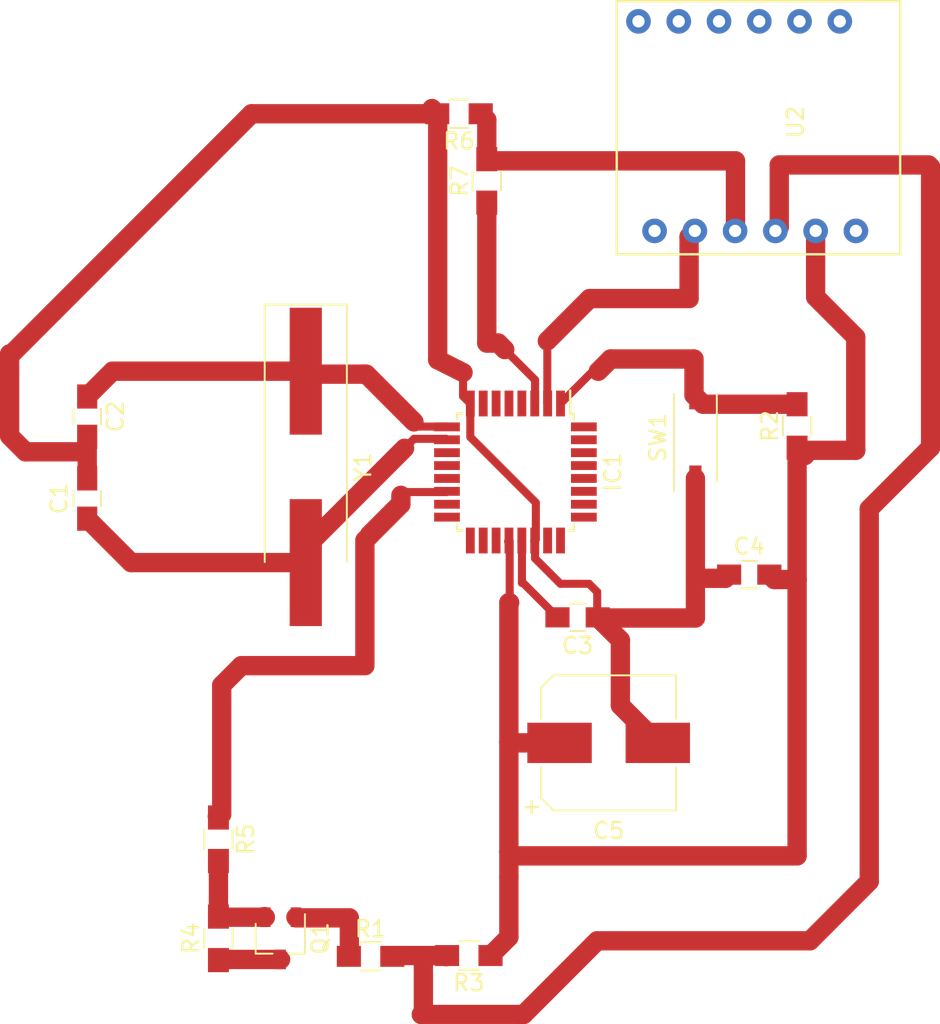
<source format=kicad_pcb>
(kicad_pcb (version 4) (host pcbnew 4.0.4-stable)

  (general
    (links 33)
    (no_connects 2)
    (area 105.86 85.59 177.835001 131.62)
    (thickness 1.6)
    (drawings 0)
    (tracks 166)
    (zones 0)
    (modules 17)
    (nets 15)
  )

  (page A4)
  (layers
    (0 F.Cu signal)
    (31 B.Cu signal)
    (32 B.Adhes user)
    (33 F.Adhes user)
    (34 B.Paste user)
    (35 F.Paste user)
    (36 B.SilkS user)
    (37 F.SilkS user)
    (38 B.Mask user)
    (39 F.Mask user)
    (40 Dwgs.User user)
    (41 Cmts.User user)
    (42 Eco1.User user)
    (43 Eco2.User user)
    (44 Edge.Cuts user)
    (45 Margin user)
    (46 B.CrtYd user)
    (47 F.CrtYd user)
    (48 B.Fab user hide)
    (49 F.Fab user)
  )

  (setup
    (last_trace_width 1.2)
    (user_trace_width 1.2)
    (trace_clearance 0.2)
    (zone_clearance 0.508)
    (zone_45_only no)
    (trace_min 0.2)
    (segment_width 0.2)
    (edge_width 0.15)
    (via_size 0.6)
    (via_drill 0.4)
    (via_min_size 0.4)
    (via_min_drill 0.3)
    (uvia_size 0.3)
    (uvia_drill 0.1)
    (uvias_allowed no)
    (uvia_min_size 0.2)
    (uvia_min_drill 0.1)
    (pcb_text_width 0.3)
    (pcb_text_size 1.5 1.5)
    (mod_edge_width 0.15)
    (mod_text_size 1 1)
    (mod_text_width 0.15)
    (pad_size 1.524 1.524)
    (pad_drill 0.762)
    (pad_to_mask_clearance 0.2)
    (aux_axis_origin 0 0)
    (visible_elements FFFFFFDF)
    (pcbplotparams
      (layerselection 0x00030_80000001)
      (usegerberextensions false)
      (excludeedgelayer true)
      (linewidth 0.100000)
      (plotframeref false)
      (viasonmask false)
      (mode 1)
      (useauxorigin false)
      (hpglpennumber 1)
      (hpglpenspeed 20)
      (hpglpendiameter 15)
      (hpglpenoverlay 2)
      (psnegative false)
      (psa4output false)
      (plotreference true)
      (plotvalue true)
      (plotinvisibletext false)
      (padsonsilk false)
      (subtractmaskfromsilk false)
      (outputformat 1)
      (mirror false)
      (drillshape 1)
      (scaleselection 1)
      (outputdirectory ../))
  )

  (net 0 "")
  (net 1 GND)
  (net 2 +5V)
  (net 3 "Net-(C1-Pad1)")
  (net 4 "Net-(C2-Pad1)")
  (net 5 "Net-(C3-Pad2)")
  (net 6 RST)
  (net 7 "Net-(IC1-Pad2)")
  (net 8 "Net-(IC1-Pad3)")
  (net 9 "Net-(IC1-Pad14)")
  (net 10 "Net-(Q1-Pad1)")
  (net 11 "Net-(Q1-Pad2)")
  (net 12 "Net-(Q1-Pad3)")
  (net 13 "Net-(R1-Pad2)")
  (net 14 "Net-(R6-Pad1)")

  (net_class Default "This is the default net class."
    (clearance 0.2)
    (trace_width 0.5)
    (via_dia 0.6)
    (via_drill 0.4)
    (uvia_dia 0.3)
    (uvia_drill 0.1)
    (add_net +5V)
    (add_net GND)
    (add_net "Net-(C1-Pad1)")
    (add_net "Net-(C2-Pad1)")
    (add_net "Net-(C3-Pad2)")
    (add_net "Net-(IC1-Pad14)")
    (add_net "Net-(IC1-Pad2)")
    (add_net "Net-(IC1-Pad3)")
    (add_net "Net-(Q1-Pad1)")
    (add_net "Net-(Q1-Pad2)")
    (add_net "Net-(Q1-Pad3)")
    (add_net "Net-(R1-Pad2)")
    (add_net "Net-(R6-Pad1)")
    (add_net RST)
  )

  (net_class "bold track" ""
    (clearance 0.2)
    (trace_width 1)
    (via_dia 0.6)
    (via_drill 0.4)
    (uvia_dia 0.3)
    (uvia_drill 0.1)
  )

  (module Capacitors_SMD:C_0805_HandSoldering (layer F.Cu) (tedit 58AA84A8) (tstamp 5A399836)
    (at 99.14128 117.85092 90)
    (descr "Capacitor SMD 0805, hand soldering")
    (tags "capacitor 0805")
    (path /5A38CCFE)
    (attr smd)
    (fp_text reference C1 (at 0 -1.75 90) (layer F.SilkS)
      (effects (font (size 1 1) (thickness 0.15)))
    )
    (fp_text value 22pF (at 0 1.75 90) (layer F.Fab)
      (effects (font (size 1 1) (thickness 0.15)))
    )
    (fp_text user %R (at 0 -1.75 90) (layer F.Fab)
      (effects (font (size 1 1) (thickness 0.15)))
    )
    (fp_line (start -1 0.62) (end -1 -0.62) (layer F.Fab) (width 0.1))
    (fp_line (start 1 0.62) (end -1 0.62) (layer F.Fab) (width 0.1))
    (fp_line (start 1 -0.62) (end 1 0.62) (layer F.Fab) (width 0.1))
    (fp_line (start -1 -0.62) (end 1 -0.62) (layer F.Fab) (width 0.1))
    (fp_line (start 0.5 -0.85) (end -0.5 -0.85) (layer F.SilkS) (width 0.12))
    (fp_line (start -0.5 0.85) (end 0.5 0.85) (layer F.SilkS) (width 0.12))
    (fp_line (start -2.25 -0.88) (end 2.25 -0.88) (layer F.CrtYd) (width 0.05))
    (fp_line (start -2.25 -0.88) (end -2.25 0.87) (layer F.CrtYd) (width 0.05))
    (fp_line (start 2.25 0.87) (end 2.25 -0.88) (layer F.CrtYd) (width 0.05))
    (fp_line (start 2.25 0.87) (end -2.25 0.87) (layer F.CrtYd) (width 0.05))
    (pad 1 smd rect (at -1.25 0 90) (size 1.5 1.25) (layers F.Cu F.Paste F.Mask)
      (net 3 "Net-(C1-Pad1)"))
    (pad 2 smd rect (at 1.25 0 90) (size 1.5 1.25) (layers F.Cu F.Paste F.Mask)
      (net 1 GND))
    (model Capacitors_SMD.3dshapes/C_0805.wrl
      (at (xyz 0 0 0))
      (scale (xyz 1 1 1))
      (rotate (xyz 0 0 0))
    )
  )

  (module Capacitors_SMD:C_0805_HandSoldering (layer F.Cu) (tedit 58AA84A8) (tstamp 5A39983C)
    (at 99.14128 112.77092 270)
    (descr "Capacitor SMD 0805, hand soldering")
    (tags "capacitor 0805")
    (path /5A38CD59)
    (attr smd)
    (fp_text reference C2 (at 0 -1.75 270) (layer F.SilkS)
      (effects (font (size 1 1) (thickness 0.15)))
    )
    (fp_text value 22pF (at 0 1.75 270) (layer F.Fab)
      (effects (font (size 1 1) (thickness 0.15)))
    )
    (fp_text user %R (at 0 -1.75 270) (layer F.Fab)
      (effects (font (size 1 1) (thickness 0.15)))
    )
    (fp_line (start -1 0.62) (end -1 -0.62) (layer F.Fab) (width 0.1))
    (fp_line (start 1 0.62) (end -1 0.62) (layer F.Fab) (width 0.1))
    (fp_line (start 1 -0.62) (end 1 0.62) (layer F.Fab) (width 0.1))
    (fp_line (start -1 -0.62) (end 1 -0.62) (layer F.Fab) (width 0.1))
    (fp_line (start 0.5 -0.85) (end -0.5 -0.85) (layer F.SilkS) (width 0.12))
    (fp_line (start -0.5 0.85) (end 0.5 0.85) (layer F.SilkS) (width 0.12))
    (fp_line (start -2.25 -0.88) (end 2.25 -0.88) (layer F.CrtYd) (width 0.05))
    (fp_line (start -2.25 -0.88) (end -2.25 0.87) (layer F.CrtYd) (width 0.05))
    (fp_line (start 2.25 0.87) (end 2.25 -0.88) (layer F.CrtYd) (width 0.05))
    (fp_line (start 2.25 0.87) (end -2.25 0.87) (layer F.CrtYd) (width 0.05))
    (pad 1 smd rect (at -1.25 0 270) (size 1.5 1.25) (layers F.Cu F.Paste F.Mask)
      (net 4 "Net-(C2-Pad1)"))
    (pad 2 smd rect (at 1.25 0 270) (size 1.5 1.25) (layers F.Cu F.Paste F.Mask)
      (net 1 GND))
    (model Capacitors_SMD.3dshapes/C_0805.wrl
      (at (xyz 0 0 0))
      (scale (xyz 1 1 1))
      (rotate (xyz 0 0 0))
    )
  )

  (module Capacitors_SMD:C_0805_HandSoldering (layer F.Cu) (tedit 58AA84A8) (tstamp 5A399842)
    (at 129.5908 125.222 180)
    (descr "Capacitor SMD 0805, hand soldering")
    (tags "capacitor 0805")
    (path /5A3991EB)
    (attr smd)
    (fp_text reference C3 (at 0 -1.75 180) (layer F.SilkS)
      (effects (font (size 1 1) (thickness 0.15)))
    )
    (fp_text value 0,1mF (at 0 1.75 180) (layer F.Fab)
      (effects (font (size 1 1) (thickness 0.15)))
    )
    (fp_text user %R (at 0 -1.75 180) (layer F.Fab)
      (effects (font (size 1 1) (thickness 0.15)))
    )
    (fp_line (start -1 0.62) (end -1 -0.62) (layer F.Fab) (width 0.1))
    (fp_line (start 1 0.62) (end -1 0.62) (layer F.Fab) (width 0.1))
    (fp_line (start 1 -0.62) (end 1 0.62) (layer F.Fab) (width 0.1))
    (fp_line (start -1 -0.62) (end 1 -0.62) (layer F.Fab) (width 0.1))
    (fp_line (start 0.5 -0.85) (end -0.5 -0.85) (layer F.SilkS) (width 0.12))
    (fp_line (start -0.5 0.85) (end 0.5 0.85) (layer F.SilkS) (width 0.12))
    (fp_line (start -2.25 -0.88) (end 2.25 -0.88) (layer F.CrtYd) (width 0.05))
    (fp_line (start -2.25 -0.88) (end -2.25 0.87) (layer F.CrtYd) (width 0.05))
    (fp_line (start 2.25 0.87) (end 2.25 -0.88) (layer F.CrtYd) (width 0.05))
    (fp_line (start 2.25 0.87) (end -2.25 0.87) (layer F.CrtYd) (width 0.05))
    (pad 1 smd rect (at -1.25 0 180) (size 1.5 1.25) (layers F.Cu F.Paste F.Mask)
      (net 1 GND))
    (pad 2 smd rect (at 1.25 0 180) (size 1.5 1.25) (layers F.Cu F.Paste F.Mask)
      (net 5 "Net-(C3-Pad2)"))
    (model Capacitors_SMD.3dshapes/C_0805.wrl
      (at (xyz 0 0 0))
      (scale (xyz 1 1 1))
      (rotate (xyz 0 0 0))
    )
  )

  (module Capacitors_SMD:C_0805_HandSoldering (layer F.Cu) (tedit 58AA84A8) (tstamp 5A399848)
    (at 140.24864 122.57024)
    (descr "Capacitor SMD 0805, hand soldering")
    (tags "capacitor 0805")
    (path /5A399067)
    (attr smd)
    (fp_text reference C4 (at 0 -1.75) (layer F.SilkS)
      (effects (font (size 1 1) (thickness 0.15)))
    )
    (fp_text value 0,1mF (at 0 1.75) (layer F.Fab)
      (effects (font (size 1 1) (thickness 0.15)))
    )
    (fp_text user %R (at 0 -1.75) (layer F.Fab)
      (effects (font (size 1 1) (thickness 0.15)))
    )
    (fp_line (start -1 0.62) (end -1 -0.62) (layer F.Fab) (width 0.1))
    (fp_line (start 1 0.62) (end -1 0.62) (layer F.Fab) (width 0.1))
    (fp_line (start 1 -0.62) (end 1 0.62) (layer F.Fab) (width 0.1))
    (fp_line (start -1 -0.62) (end 1 -0.62) (layer F.Fab) (width 0.1))
    (fp_line (start 0.5 -0.85) (end -0.5 -0.85) (layer F.SilkS) (width 0.12))
    (fp_line (start -0.5 0.85) (end 0.5 0.85) (layer F.SilkS) (width 0.12))
    (fp_line (start -2.25 -0.88) (end 2.25 -0.88) (layer F.CrtYd) (width 0.05))
    (fp_line (start -2.25 -0.88) (end -2.25 0.87) (layer F.CrtYd) (width 0.05))
    (fp_line (start 2.25 0.87) (end 2.25 -0.88) (layer F.CrtYd) (width 0.05))
    (fp_line (start 2.25 0.87) (end -2.25 0.87) (layer F.CrtYd) (width 0.05))
    (pad 1 smd rect (at -1.25 0) (size 1.5 1.25) (layers F.Cu F.Paste F.Mask)
      (net 1 GND))
    (pad 2 smd rect (at 1.25 0) (size 1.5 1.25) (layers F.Cu F.Paste F.Mask)
      (net 2 +5V))
    (model Capacitors_SMD.3dshapes/C_0805.wrl
      (at (xyz 0 0 0))
      (scale (xyz 1 1 1))
      (rotate (xyz 0 0 0))
    )
  )

  (module Capacitors_SMD:CP_Elec_8x10.5 (layer F.Cu) (tedit 58AA8BC3) (tstamp 5A39984E)
    (at 131.5212 133.00964)
    (descr "SMT capacitor, aluminium electrolytic, 8x10.5")
    (path /5A398F8F)
    (attr smd)
    (fp_text reference C5 (at 0 5.45) (layer F.SilkS)
      (effects (font (size 1 1) (thickness 0.15)))
    )
    (fp_text value 47mF (at 0 -5.45) (layer F.Fab)
      (effects (font (size 1 1) (thickness 0.15)))
    )
    (fp_circle (center 0 0) (end 1.3 3.7) (layer F.Fab) (width 0.1))
    (fp_text user + (at -2.27 -0.08) (layer F.Fab)
      (effects (font (size 1 1) (thickness 0.15)))
    )
    (fp_text user + (at -4.78 3.91) (layer F.SilkS)
      (effects (font (size 1 1) (thickness 0.15)))
    )
    (fp_text user %R (at 0 5.45) (layer F.Fab)
      (effects (font (size 1 1) (thickness 0.15)))
    )
    (fp_line (start 4.04 4.04) (end 4.04 -4.04) (layer F.Fab) (width 0.1))
    (fp_line (start -3.37 4.04) (end 4.04 4.04) (layer F.Fab) (width 0.1))
    (fp_line (start -4.04 3.37) (end -3.37 4.04) (layer F.Fab) (width 0.1))
    (fp_line (start -4.04 -3.37) (end -4.04 3.37) (layer F.Fab) (width 0.1))
    (fp_line (start -3.37 -4.04) (end -4.04 -3.37) (layer F.Fab) (width 0.1))
    (fp_line (start 4.04 -4.04) (end -3.37 -4.04) (layer F.Fab) (width 0.1))
    (fp_line (start -4.19 3.43) (end -4.19 1.51) (layer F.SilkS) (width 0.12))
    (fp_line (start -4.19 -3.43) (end -4.19 -1.51) (layer F.SilkS) (width 0.12))
    (fp_line (start 4.19 4.19) (end 4.19 1.51) (layer F.SilkS) (width 0.12))
    (fp_line (start 4.19 -4.19) (end 4.19 -1.51) (layer F.SilkS) (width 0.12))
    (fp_line (start 4.19 4.19) (end -3.43 4.19) (layer F.SilkS) (width 0.12))
    (fp_line (start -3.43 4.19) (end -4.19 3.43) (layer F.SilkS) (width 0.12))
    (fp_line (start -4.19 -3.43) (end -3.43 -4.19) (layer F.SilkS) (width 0.12))
    (fp_line (start -3.43 -4.19) (end 4.19 -4.19) (layer F.SilkS) (width 0.12))
    (fp_line (start -5.3 -4.29) (end 5.3 -4.29) (layer F.CrtYd) (width 0.05))
    (fp_line (start -5.3 -4.29) (end -5.3 4.29) (layer F.CrtYd) (width 0.05))
    (fp_line (start 5.3 4.29) (end 5.3 -4.29) (layer F.CrtYd) (width 0.05))
    (fp_line (start 5.3 4.29) (end -5.3 4.29) (layer F.CrtYd) (width 0.05))
    (pad 1 smd rect (at -3.05 0 180) (size 4 2.5) (layers F.Cu F.Paste F.Mask)
      (net 2 +5V))
    (pad 2 smd rect (at 3.05 0 180) (size 4 2.5) (layers F.Cu F.Paste F.Mask)
      (net 1 GND))
    (model Capacitors_SMD.3dshapes/CP_Elec_8x10.5.wrl
      (at (xyz 0 0 0))
      (scale (xyz 1 1 1))
      (rotate (xyz 0 0 180))
    )
  )

  (module Housings_QFP:TQFP-32_7x7mm_Pitch0.8mm (layer F.Cu) (tedit 58CC9A48) (tstamp 5A399872)
    (at 125.73 116.205 270)
    (descr "32-Lead Plastic Thin Quad Flatpack (PT) - 7x7x1.0 mm Body, 2.00 mm [TQFP] (see Microchip Packaging Specification 00000049BS.pdf)")
    (tags "QFP 0.8")
    (path /5A38C228)
    (attr smd)
    (fp_text reference IC1 (at 0 -6.05 270) (layer F.SilkS)
      (effects (font (size 1 1) (thickness 0.15)))
    )
    (fp_text value ATMEGA328-P (at 0 6.05 270) (layer F.Fab)
      (effects (font (size 1 1) (thickness 0.15)))
    )
    (fp_text user %R (at 0 0 270) (layer F.Fab)
      (effects (font (size 1 1) (thickness 0.15)))
    )
    (fp_line (start -2.5 -3.5) (end 3.5 -3.5) (layer F.Fab) (width 0.15))
    (fp_line (start 3.5 -3.5) (end 3.5 3.5) (layer F.Fab) (width 0.15))
    (fp_line (start 3.5 3.5) (end -3.5 3.5) (layer F.Fab) (width 0.15))
    (fp_line (start -3.5 3.5) (end -3.5 -2.5) (layer F.Fab) (width 0.15))
    (fp_line (start -3.5 -2.5) (end -2.5 -3.5) (layer F.Fab) (width 0.15))
    (fp_line (start -5.3 -5.3) (end -5.3 5.3) (layer F.CrtYd) (width 0.05))
    (fp_line (start 5.3 -5.3) (end 5.3 5.3) (layer F.CrtYd) (width 0.05))
    (fp_line (start -5.3 -5.3) (end 5.3 -5.3) (layer F.CrtYd) (width 0.05))
    (fp_line (start -5.3 5.3) (end 5.3 5.3) (layer F.CrtYd) (width 0.05))
    (fp_line (start -3.625 -3.625) (end -3.625 -3.4) (layer F.SilkS) (width 0.15))
    (fp_line (start 3.625 -3.625) (end 3.625 -3.3) (layer F.SilkS) (width 0.15))
    (fp_line (start 3.625 3.625) (end 3.625 3.3) (layer F.SilkS) (width 0.15))
    (fp_line (start -3.625 3.625) (end -3.625 3.3) (layer F.SilkS) (width 0.15))
    (fp_line (start -3.625 -3.625) (end -3.3 -3.625) (layer F.SilkS) (width 0.15))
    (fp_line (start -3.625 3.625) (end -3.3 3.625) (layer F.SilkS) (width 0.15))
    (fp_line (start 3.625 3.625) (end 3.3 3.625) (layer F.SilkS) (width 0.15))
    (fp_line (start 3.625 -3.625) (end 3.3 -3.625) (layer F.SilkS) (width 0.15))
    (fp_line (start -3.625 -3.4) (end -5.05 -3.4) (layer F.SilkS) (width 0.15))
    (pad 1 smd rect (at -4.25 -2.8 270) (size 1.6 0.55) (layers F.Cu F.Paste F.Mask)
      (net 6 RST))
    (pad 2 smd rect (at -4.25 -2 270) (size 1.6 0.55) (layers F.Cu F.Paste F.Mask)
      (net 7 "Net-(IC1-Pad2)"))
    (pad 3 smd rect (at -4.25 -1.2 270) (size 1.6 0.55) (layers F.Cu F.Paste F.Mask)
      (net 8 "Net-(IC1-Pad3)"))
    (pad 4 smd rect (at -4.25 -0.4 270) (size 1.6 0.55) (layers F.Cu F.Paste F.Mask))
    (pad 5 smd rect (at -4.25 0.4 270) (size 1.6 0.55) (layers F.Cu F.Paste F.Mask))
    (pad 6 smd rect (at -4.25 1.2 270) (size 1.6 0.55) (layers F.Cu F.Paste F.Mask))
    (pad 7 smd rect (at -4.25 2 270) (size 1.6 0.55) (layers F.Cu F.Paste F.Mask)
      (net 2 +5V))
    (pad 8 smd rect (at -4.25 2.8 270) (size 1.6 0.55) (layers F.Cu F.Paste F.Mask)
      (net 1 GND))
    (pad 9 smd rect (at -2.8 4.25) (size 1.6 0.55) (layers F.Cu F.Paste F.Mask)
      (net 4 "Net-(C2-Pad1)"))
    (pad 10 smd rect (at -2 4.25) (size 1.6 0.55) (layers F.Cu F.Paste F.Mask)
      (net 3 "Net-(C1-Pad1)"))
    (pad 11 smd rect (at -1.2 4.25) (size 1.6 0.55) (layers F.Cu F.Paste F.Mask))
    (pad 12 smd rect (at -0.4 4.25) (size 1.6 0.55) (layers F.Cu F.Paste F.Mask))
    (pad 13 smd rect (at 0.4 4.25) (size 1.6 0.55) (layers F.Cu F.Paste F.Mask))
    (pad 14 smd rect (at 1.2 4.25) (size 1.6 0.55) (layers F.Cu F.Paste F.Mask)
      (net 9 "Net-(IC1-Pad14)"))
    (pad 15 smd rect (at 2 4.25) (size 1.6 0.55) (layers F.Cu F.Paste F.Mask))
    (pad 16 smd rect (at 2.8 4.25) (size 1.6 0.55) (layers F.Cu F.Paste F.Mask))
    (pad 17 smd rect (at 4.25 2.8 270) (size 1.6 0.55) (layers F.Cu F.Paste F.Mask))
    (pad 18 smd rect (at 4.25 2 270) (size 1.6 0.55) (layers F.Cu F.Paste F.Mask))
    (pad 19 smd rect (at 4.25 1.2 270) (size 1.6 0.55) (layers F.Cu F.Paste F.Mask))
    (pad 20 smd rect (at 4.25 0.4 270) (size 1.6 0.55) (layers F.Cu F.Paste F.Mask)
      (net 2 +5V))
    (pad 21 smd rect (at 4.25 -0.4 270) (size 1.6 0.55) (layers F.Cu F.Paste F.Mask)
      (net 5 "Net-(C3-Pad2)"))
    (pad 22 smd rect (at 4.25 -1.2 270) (size 1.6 0.55) (layers F.Cu F.Paste F.Mask)
      (net 1 GND))
    (pad 23 smd rect (at 4.25 -2 270) (size 1.6 0.55) (layers F.Cu F.Paste F.Mask))
    (pad 24 smd rect (at 4.25 -2.8 270) (size 1.6 0.55) (layers F.Cu F.Paste F.Mask))
    (pad 25 smd rect (at 2.8 -4.25) (size 1.6 0.55) (layers F.Cu F.Paste F.Mask))
    (pad 26 smd rect (at 2 -4.25) (size 1.6 0.55) (layers F.Cu F.Paste F.Mask))
    (pad 27 smd rect (at 1.2 -4.25) (size 1.6 0.55) (layers F.Cu F.Paste F.Mask))
    (pad 28 smd rect (at 0.4 -4.25) (size 1.6 0.55) (layers F.Cu F.Paste F.Mask))
    (pad 29 smd rect (at -0.4 -4.25) (size 1.6 0.55) (layers F.Cu F.Paste F.Mask))
    (pad 30 smd rect (at -1.2 -4.25) (size 1.6 0.55) (layers F.Cu F.Paste F.Mask))
    (pad 31 smd rect (at -2 -4.25) (size 1.6 0.55) (layers F.Cu F.Paste F.Mask))
    (pad 32 smd rect (at -2.8 -4.25) (size 1.6 0.55) (layers F.Cu F.Paste F.Mask))
    (model ${KISYS3DMOD}/Housings_QFP.3dshapes/TQFP-32_7x7mm_Pitch0.8mm.wrl
      (at (xyz 0 0 0))
      (scale (xyz 1 1 1))
      (rotate (xyz 0 0 0))
    )
  )

  (module TO_SOT_Packages_SMD:TSOT-23 (layer F.Cu) (tedit 58CE4E80) (tstamp 5A399879)
    (at 111.1504 145.1356 270)
    (descr "3-pin TSOT23 package, http://www.analog.com.tw/pdf/All_In_One.pdf")
    (tags TSOT-23)
    (path /5A3994E3)
    (attr smd)
    (fp_text reference Q1 (at 0 -2.45 270) (layer F.SilkS)
      (effects (font (size 1 1) (thickness 0.15)))
    )
    (fp_text value BC337 (at 0 2.5 270) (layer F.Fab)
      (effects (font (size 1 1) (thickness 0.15)))
    )
    (fp_text user %R (at 0 0 360) (layer F.Fab)
      (effects (font (size 0.5 0.5) (thickness 0.075)))
    )
    (fp_line (start 0.95 0.5) (end 0.95 1.55) (layer F.SilkS) (width 0.12))
    (fp_line (start 0.95 1.55) (end -0.9 1.55) (layer F.SilkS) (width 0.12))
    (fp_line (start 0.95 -1.5) (end 0.95 -0.5) (layer F.SilkS) (width 0.12))
    (fp_line (start 0.93 -1.51) (end -1.5 -1.51) (layer F.SilkS) (width 0.12))
    (fp_line (start -0.88 -1) (end -0.43 -1.45) (layer F.Fab) (width 0.1))
    (fp_line (start 0.88 -1.45) (end -0.43 -1.45) (layer F.Fab) (width 0.1))
    (fp_line (start -0.88 -1) (end -0.88 1.45) (layer F.Fab) (width 0.1))
    (fp_line (start 0.88 1.45) (end -0.88 1.45) (layer F.Fab) (width 0.1))
    (fp_line (start 0.88 -1.45) (end 0.88 1.45) (layer F.Fab) (width 0.1))
    (fp_line (start -2.17 -1.7) (end 2.17 -1.7) (layer F.CrtYd) (width 0.05))
    (fp_line (start -2.17 -1.7) (end -2.17 1.7) (layer F.CrtYd) (width 0.05))
    (fp_line (start 2.17 1.7) (end 2.17 -1.7) (layer F.CrtYd) (width 0.05))
    (fp_line (start 2.17 1.7) (end -2.17 1.7) (layer F.CrtYd) (width 0.05))
    (pad 1 smd rect (at -1.31 -0.95 270) (size 1.22 0.65) (layers F.Cu F.Paste F.Mask)
      (net 10 "Net-(Q1-Pad1)"))
    (pad 2 smd rect (at -1.31 0.95 270) (size 1.22 0.65) (layers F.Cu F.Paste F.Mask)
      (net 11 "Net-(Q1-Pad2)"))
    (pad 3 smd rect (at 1.31 0 270) (size 1.22 0.65) (layers F.Cu F.Paste F.Mask)
      (net 12 "Net-(Q1-Pad3)"))
    (model ${KISYS3DMOD}/TO_SOT_Packages_SMD.3dshapes/TSOT-23.wrl
      (at (xyz 0 0 0))
      (scale (xyz 1 1 1))
      (rotate (xyz 0 0 0))
    )
  )

  (module Resistors_SMD:R_0805_HandSoldering (layer F.Cu) (tedit 58E0A804) (tstamp 5A39987F)
    (at 116.7384 146.2532)
    (descr "Resistor SMD 0805, hand soldering")
    (tags "resistor 0805")
    (path /5A399833)
    (attr smd)
    (fp_text reference R1 (at 0 -1.7) (layer F.SilkS)
      (effects (font (size 1 1) (thickness 0.15)))
    )
    (fp_text value 1k (at 0 1.75) (layer F.Fab)
      (effects (font (size 1 1) (thickness 0.15)))
    )
    (fp_text user %R (at 0 0) (layer F.Fab)
      (effects (font (size 0.5 0.5) (thickness 0.075)))
    )
    (fp_line (start -1 0.62) (end -1 -0.62) (layer F.Fab) (width 0.1))
    (fp_line (start 1 0.62) (end -1 0.62) (layer F.Fab) (width 0.1))
    (fp_line (start 1 -0.62) (end 1 0.62) (layer F.Fab) (width 0.1))
    (fp_line (start -1 -0.62) (end 1 -0.62) (layer F.Fab) (width 0.1))
    (fp_line (start 0.6 0.88) (end -0.6 0.88) (layer F.SilkS) (width 0.12))
    (fp_line (start -0.6 -0.88) (end 0.6 -0.88) (layer F.SilkS) (width 0.12))
    (fp_line (start -2.35 -0.9) (end 2.35 -0.9) (layer F.CrtYd) (width 0.05))
    (fp_line (start -2.35 -0.9) (end -2.35 0.9) (layer F.CrtYd) (width 0.05))
    (fp_line (start 2.35 0.9) (end 2.35 -0.9) (layer F.CrtYd) (width 0.05))
    (fp_line (start 2.35 0.9) (end -2.35 0.9) (layer F.CrtYd) (width 0.05))
    (pad 1 smd rect (at -1.35 0) (size 1.5 1.3) (layers F.Cu F.Paste F.Mask)
      (net 10 "Net-(Q1-Pad1)"))
    (pad 2 smd rect (at 1.35 0) (size 1.5 1.3) (layers F.Cu F.Paste F.Mask)
      (net 13 "Net-(R1-Pad2)"))
    (model ${KISYS3DMOD}/Resistors_SMD.3dshapes/R_0805.wrl
      (at (xyz 0 0 0))
      (scale (xyz 1 1 1))
      (rotate (xyz 0 0 0))
    )
  )

  (module Resistors_SMD:R_0805_HandSoldering (layer F.Cu) (tedit 58E0A804) (tstamp 5A399885)
    (at 143.22044 113.35004 90)
    (descr "Resistor SMD 0805, hand soldering")
    (tags "resistor 0805")
    (path /5A3981EA)
    (attr smd)
    (fp_text reference R2 (at 0 -1.7 90) (layer F.SilkS)
      (effects (font (size 1 1) (thickness 0.15)))
    )
    (fp_text value 10k (at 0 1.75 90) (layer F.Fab)
      (effects (font (size 1 1) (thickness 0.15)))
    )
    (fp_text user %R (at 0 0 90) (layer F.Fab)
      (effects (font (size 0.5 0.5) (thickness 0.075)))
    )
    (fp_line (start -1 0.62) (end -1 -0.62) (layer F.Fab) (width 0.1))
    (fp_line (start 1 0.62) (end -1 0.62) (layer F.Fab) (width 0.1))
    (fp_line (start 1 -0.62) (end 1 0.62) (layer F.Fab) (width 0.1))
    (fp_line (start -1 -0.62) (end 1 -0.62) (layer F.Fab) (width 0.1))
    (fp_line (start 0.6 0.88) (end -0.6 0.88) (layer F.SilkS) (width 0.12))
    (fp_line (start -0.6 -0.88) (end 0.6 -0.88) (layer F.SilkS) (width 0.12))
    (fp_line (start -2.35 -0.9) (end 2.35 -0.9) (layer F.CrtYd) (width 0.05))
    (fp_line (start -2.35 -0.9) (end -2.35 0.9) (layer F.CrtYd) (width 0.05))
    (fp_line (start 2.35 0.9) (end 2.35 -0.9) (layer F.CrtYd) (width 0.05))
    (fp_line (start 2.35 0.9) (end -2.35 0.9) (layer F.CrtYd) (width 0.05))
    (pad 1 smd rect (at -1.35 0 90) (size 1.5 1.3) (layers F.Cu F.Paste F.Mask)
      (net 2 +5V))
    (pad 2 smd rect (at 1.35 0 90) (size 1.5 1.3) (layers F.Cu F.Paste F.Mask)
      (net 6 RST))
    (model ${KISYS3DMOD}/Resistors_SMD.3dshapes/R_0805.wrl
      (at (xyz 0 0 0))
      (scale (xyz 1 1 1))
      (rotate (xyz 0 0 0))
    )
  )

  (module Resistors_SMD:R_0805_HandSoldering (layer F.Cu) (tedit 58E0A804) (tstamp 5A39988B)
    (at 122.8344 146.2024 180)
    (descr "Resistor SMD 0805, hand soldering")
    (tags "resistor 0805")
    (path /5A399906)
    (attr smd)
    (fp_text reference R3 (at 0 -1.7 180) (layer F.SilkS)
      (effects (font (size 1 1) (thickness 0.15)))
    )
    (fp_text value 100k (at 0 1.75 180) (layer F.Fab)
      (effects (font (size 1 1) (thickness 0.15)))
    )
    (fp_text user %R (at 0 0 180) (layer F.Fab)
      (effects (font (size 0.5 0.5) (thickness 0.075)))
    )
    (fp_line (start -1 0.62) (end -1 -0.62) (layer F.Fab) (width 0.1))
    (fp_line (start 1 0.62) (end -1 0.62) (layer F.Fab) (width 0.1))
    (fp_line (start 1 -0.62) (end 1 0.62) (layer F.Fab) (width 0.1))
    (fp_line (start -1 -0.62) (end 1 -0.62) (layer F.Fab) (width 0.1))
    (fp_line (start 0.6 0.88) (end -0.6 0.88) (layer F.SilkS) (width 0.12))
    (fp_line (start -0.6 -0.88) (end 0.6 -0.88) (layer F.SilkS) (width 0.12))
    (fp_line (start -2.35 -0.9) (end 2.35 -0.9) (layer F.CrtYd) (width 0.05))
    (fp_line (start -2.35 -0.9) (end -2.35 0.9) (layer F.CrtYd) (width 0.05))
    (fp_line (start 2.35 0.9) (end 2.35 -0.9) (layer F.CrtYd) (width 0.05))
    (fp_line (start 2.35 0.9) (end -2.35 0.9) (layer F.CrtYd) (width 0.05))
    (pad 1 smd rect (at -1.35 0 180) (size 1.5 1.3) (layers F.Cu F.Paste F.Mask)
      (net 2 +5V))
    (pad 2 smd rect (at 1.35 0 180) (size 1.5 1.3) (layers F.Cu F.Paste F.Mask)
      (net 13 "Net-(R1-Pad2)"))
    (model ${KISYS3DMOD}/Resistors_SMD.3dshapes/R_0805.wrl
      (at (xyz 0 0 0))
      (scale (xyz 1 1 1))
      (rotate (xyz 0 0 0))
    )
  )

  (module Resistors_SMD:R_0805_HandSoldering (layer F.Cu) (tedit 58E0A804) (tstamp 5A399891)
    (at 107.2896 145.1356 90)
    (descr "Resistor SMD 0805, hand soldering")
    (tags "resistor 0805")
    (path /5A39960C)
    (attr smd)
    (fp_text reference R4 (at 0 -1.7 90) (layer F.SilkS)
      (effects (font (size 1 1) (thickness 0.15)))
    )
    (fp_text value 47k (at 0 1.75 90) (layer F.Fab)
      (effects (font (size 1 1) (thickness 0.15)))
    )
    (fp_text user %R (at 0 0 90) (layer F.Fab)
      (effects (font (size 0.5 0.5) (thickness 0.075)))
    )
    (fp_line (start -1 0.62) (end -1 -0.62) (layer F.Fab) (width 0.1))
    (fp_line (start 1 0.62) (end -1 0.62) (layer F.Fab) (width 0.1))
    (fp_line (start 1 -0.62) (end 1 0.62) (layer F.Fab) (width 0.1))
    (fp_line (start -1 -0.62) (end 1 -0.62) (layer F.Fab) (width 0.1))
    (fp_line (start 0.6 0.88) (end -0.6 0.88) (layer F.SilkS) (width 0.12))
    (fp_line (start -0.6 -0.88) (end 0.6 -0.88) (layer F.SilkS) (width 0.12))
    (fp_line (start -2.35 -0.9) (end 2.35 -0.9) (layer F.CrtYd) (width 0.05))
    (fp_line (start -2.35 -0.9) (end -2.35 0.9) (layer F.CrtYd) (width 0.05))
    (fp_line (start 2.35 0.9) (end 2.35 -0.9) (layer F.CrtYd) (width 0.05))
    (fp_line (start 2.35 0.9) (end -2.35 0.9) (layer F.CrtYd) (width 0.05))
    (pad 1 smd rect (at -1.35 0 90) (size 1.5 1.3) (layers F.Cu F.Paste F.Mask)
      (net 12 "Net-(Q1-Pad3)"))
    (pad 2 smd rect (at 1.35 0 90) (size 1.5 1.3) (layers F.Cu F.Paste F.Mask)
      (net 11 "Net-(Q1-Pad2)"))
    (model ${KISYS3DMOD}/Resistors_SMD.3dshapes/R_0805.wrl
      (at (xyz 0 0 0))
      (scale (xyz 1 1 1))
      (rotate (xyz 0 0 0))
    )
  )

  (module Resistors_SMD:R_0805_HandSoldering (layer F.Cu) (tedit 58E0A804) (tstamp 5A399897)
    (at 107.2896 138.9888 270)
    (descr "Resistor SMD 0805, hand soldering")
    (tags "resistor 0805")
    (path /5A399645)
    (attr smd)
    (fp_text reference R5 (at 0 -1.7 270) (layer F.SilkS)
      (effects (font (size 1 1) (thickness 0.15)))
    )
    (fp_text value 4.7k (at 0 1.75 270) (layer F.Fab)
      (effects (font (size 1 1) (thickness 0.15)))
    )
    (fp_text user %R (at 0 0 270) (layer F.Fab)
      (effects (font (size 0.5 0.5) (thickness 0.075)))
    )
    (fp_line (start -1 0.62) (end -1 -0.62) (layer F.Fab) (width 0.1))
    (fp_line (start 1 0.62) (end -1 0.62) (layer F.Fab) (width 0.1))
    (fp_line (start 1 -0.62) (end 1 0.62) (layer F.Fab) (width 0.1))
    (fp_line (start -1 -0.62) (end 1 -0.62) (layer F.Fab) (width 0.1))
    (fp_line (start 0.6 0.88) (end -0.6 0.88) (layer F.SilkS) (width 0.12))
    (fp_line (start -0.6 -0.88) (end 0.6 -0.88) (layer F.SilkS) (width 0.12))
    (fp_line (start -2.35 -0.9) (end 2.35 -0.9) (layer F.CrtYd) (width 0.05))
    (fp_line (start -2.35 -0.9) (end -2.35 0.9) (layer F.CrtYd) (width 0.05))
    (fp_line (start 2.35 0.9) (end 2.35 -0.9) (layer F.CrtYd) (width 0.05))
    (fp_line (start 2.35 0.9) (end -2.35 0.9) (layer F.CrtYd) (width 0.05))
    (pad 1 smd rect (at -1.35 0 270) (size 1.5 1.3) (layers F.Cu F.Paste F.Mask)
      (net 9 "Net-(IC1-Pad14)"))
    (pad 2 smd rect (at 1.35 0 270) (size 1.5 1.3) (layers F.Cu F.Paste F.Mask)
      (net 11 "Net-(Q1-Pad2)"))
    (model ${KISYS3DMOD}/Resistors_SMD.3dshapes/R_0805.wrl
      (at (xyz 0 0 0))
      (scale (xyz 1 1 1))
      (rotate (xyz 0 0 0))
    )
  )

  (module Resistors_SMD:R_0805_HandSoldering (layer F.Cu) (tedit 58E0A804) (tstamp 5A39989D)
    (at 122.2248 93.98 180)
    (descr "Resistor SMD 0805, hand soldering")
    (tags "resistor 0805")
    (path /5A39C043)
    (attr smd)
    (fp_text reference R6 (at 0 -1.7 180) (layer F.SilkS)
      (effects (font (size 1 1) (thickness 0.15)))
    )
    (fp_text value 370 (at 0 1.75 180) (layer F.Fab)
      (effects (font (size 1 1) (thickness 0.15)))
    )
    (fp_text user %R (at 0 0 180) (layer F.Fab)
      (effects (font (size 0.5 0.5) (thickness 0.075)))
    )
    (fp_line (start -1 0.62) (end -1 -0.62) (layer F.Fab) (width 0.1))
    (fp_line (start 1 0.62) (end -1 0.62) (layer F.Fab) (width 0.1))
    (fp_line (start 1 -0.62) (end 1 0.62) (layer F.Fab) (width 0.1))
    (fp_line (start -1 -0.62) (end 1 -0.62) (layer F.Fab) (width 0.1))
    (fp_line (start 0.6 0.88) (end -0.6 0.88) (layer F.SilkS) (width 0.12))
    (fp_line (start -0.6 -0.88) (end 0.6 -0.88) (layer F.SilkS) (width 0.12))
    (fp_line (start -2.35 -0.9) (end 2.35 -0.9) (layer F.CrtYd) (width 0.05))
    (fp_line (start -2.35 -0.9) (end -2.35 0.9) (layer F.CrtYd) (width 0.05))
    (fp_line (start 2.35 0.9) (end 2.35 -0.9) (layer F.CrtYd) (width 0.05))
    (fp_line (start 2.35 0.9) (end -2.35 0.9) (layer F.CrtYd) (width 0.05))
    (pad 1 smd rect (at -1.35 0 180) (size 1.5 1.3) (layers F.Cu F.Paste F.Mask)
      (net 14 "Net-(R6-Pad1)"))
    (pad 2 smd rect (at 1.35 0 180) (size 1.5 1.3) (layers F.Cu F.Paste F.Mask)
      (net 1 GND))
    (model ${KISYS3DMOD}/Resistors_SMD.3dshapes/R_0805.wrl
      (at (xyz 0 0 0))
      (scale (xyz 1 1 1))
      (rotate (xyz 0 0 0))
    )
  )

  (module Resistors_SMD:R_0805_HandSoldering (layer F.Cu) (tedit 58E0A804) (tstamp 5A3998A3)
    (at 123.952 98.1456 90)
    (descr "Resistor SMD 0805, hand soldering")
    (tags "resistor 0805")
    (path /5A39C07A)
    (attr smd)
    (fp_text reference R7 (at 0 -1.7 90) (layer F.SilkS)
      (effects (font (size 1 1) (thickness 0.15)))
    )
    (fp_text value 100 (at 0 1.75 90) (layer F.Fab)
      (effects (font (size 1 1) (thickness 0.15)))
    )
    (fp_text user %R (at 0 0 90) (layer F.Fab)
      (effects (font (size 0.5 0.5) (thickness 0.075)))
    )
    (fp_line (start -1 0.62) (end -1 -0.62) (layer F.Fab) (width 0.1))
    (fp_line (start 1 0.62) (end -1 0.62) (layer F.Fab) (width 0.1))
    (fp_line (start 1 -0.62) (end 1 0.62) (layer F.Fab) (width 0.1))
    (fp_line (start -1 -0.62) (end 1 -0.62) (layer F.Fab) (width 0.1))
    (fp_line (start 0.6 0.88) (end -0.6 0.88) (layer F.SilkS) (width 0.12))
    (fp_line (start -0.6 -0.88) (end 0.6 -0.88) (layer F.SilkS) (width 0.12))
    (fp_line (start -2.35 -0.9) (end 2.35 -0.9) (layer F.CrtYd) (width 0.05))
    (fp_line (start -2.35 -0.9) (end -2.35 0.9) (layer F.CrtYd) (width 0.05))
    (fp_line (start 2.35 0.9) (end 2.35 -0.9) (layer F.CrtYd) (width 0.05))
    (fp_line (start 2.35 0.9) (end -2.35 0.9) (layer F.CrtYd) (width 0.05))
    (pad 1 smd rect (at -1.35 0 90) (size 1.5 1.3) (layers F.Cu F.Paste F.Mask)
      (net 8 "Net-(IC1-Pad3)"))
    (pad 2 smd rect (at 1.35 0 90) (size 1.5 1.3) (layers F.Cu F.Paste F.Mask)
      (net 14 "Net-(R6-Pad1)"))
    (model ${KISYS3DMOD}/Resistors_SMD.3dshapes/R_0805.wrl
      (at (xyz 0 0 0))
      (scale (xyz 1 1 1))
      (rotate (xyz 0 0 0))
    )
  )

  (module Buttons_Switches_SMD:SW_DIP_x1_W5.08mm_Slide_Copal_CHS-A (layer F.Cu) (tedit 59ACAC86) (tstamp 5A3998A9)
    (at 136.906 114.06124 90)
    (descr "1x-dip-switch, Slide, row spacing 5.08 mm (200 mils), Copal_CHS-A")
    (tags "DIP Switch Slide 5.08mm 200mil Copal_CHS-A")
    (path /5A398B09)
    (attr smd)
    (fp_text reference SW1 (at 0 -2.33 90) (layer F.SilkS)
      (effects (font (size 1 1) (thickness 0.15)))
    )
    (fp_text value RESET (at 0 2.33 90) (layer F.Fab)
      (effects (font (size 1 1) (thickness 0.15)))
    )
    (fp_line (start -1.7 -1.27) (end 2.7 -1.27) (layer F.Fab) (width 0.1))
    (fp_line (start 2.7 -1.27) (end 2.7 1.27) (layer F.Fab) (width 0.1))
    (fp_line (start 2.7 1.27) (end -2.7 1.27) (layer F.Fab) (width 0.1))
    (fp_line (start -2.7 1.27) (end -2.7 -0.27) (layer F.Fab) (width 0.1))
    (fp_line (start -2.7 -0.27) (end -1.7 -1.27) (layer F.Fab) (width 0.1))
    (fp_line (start -1.5 -0.25) (end -1.5 0.25) (layer F.Fab) (width 0.1))
    (fp_line (start -1.5 0.25) (end 1.5 0.25) (layer F.Fab) (width 0.1))
    (fp_line (start 1.5 0.25) (end 1.5 -0.25) (layer F.Fab) (width 0.1))
    (fp_line (start 1.5 -0.25) (end -1.5 -0.25) (layer F.Fab) (width 0.1))
    (fp_line (start 0 -0.25) (end 0 0.25) (layer F.Fab) (width 0.1))
    (fp_line (start -3.34 -1.33) (end 2.7 -1.33) (layer F.SilkS) (width 0.12))
    (fp_line (start -2.7 1.33) (end 2.7 1.33) (layer F.SilkS) (width 0.12))
    (fp_line (start -3.6 -1.6) (end -3.6 1.6) (layer F.CrtYd) (width 0.05))
    (fp_line (start -3.6 1.6) (end 3.6 1.6) (layer F.CrtYd) (width 0.05))
    (fp_line (start 3.6 1.6) (end 3.6 -1.6) (layer F.CrtYd) (width 0.05))
    (fp_line (start 3.6 -1.6) (end -3.6 -1.6) (layer F.CrtYd) (width 0.05))
    (fp_text user %R (at 2.1 0 180) (layer F.Fab)
      (effects (font (size 0.6 0.6) (thickness 0.15)))
    )
    (pad 1 smd rect (at -2.54 0 90) (size 1.6 0.76) (layers F.Cu F.Paste F.Mask)
      (net 1 GND))
    (pad 2 smd rect (at 2.54 0 90) (size 1.6 0.76) (layers F.Cu F.Paste F.Mask)
      (net 6 RST))
    (model ${KISYS3DMOD}/Buttons_Switches_SMD.3dshapes/SW_DIP_x1_W5.08mm_Slide_Copal_CHS-A.wrl
      (at (xyz 0 0 0))
      (scale (xyz 1 1 1))
      (rotate (xyz 0 0 0))
    )
  )

  (module boards:sim800c (layer F.Cu) (tedit 5A380E78) (tstamp 5A3998B9)
    (at 150.622 102.997 90)
    (path /5A36E8B7)
    (fp_text reference U2 (at 8.5 -7.5 90) (layer F.SilkS)
      (effects (font (size 1 1) (thickness 0.15)))
    )
    (fp_text value SIM800C (at 9 -10 270) (layer F.Fab)
      (effects (font (size 1 1) (thickness 0.15)))
    )
    (fp_line (start 16 -18.6) (end 16 -1) (layer F.SilkS) (width 0.15))
    (fp_line (start 16 -1) (end 0.3 -1) (layer F.SilkS) (width 0.15))
    (fp_line (start 0.3 -1) (end 0.3 -18.6) (layer F.SilkS) (width 0.15))
    (fp_line (start 0.3 -18.6) (end 16 -18.6) (layer F.SilkS) (width 0.15))
    (pad 1 thru_hole circle (at 14.75 -4.75 270) (size 1.524 1.524) (drill 0.762) (layers *.Cu *.Mask))
    (pad 5 thru_hole circle (at 14.75 -14.75 270) (size 1.524 1.524) (drill 0.762) (layers *.Cu *.Mask))
    (pad 3 thru_hole circle (at 14.75 -9.75 270) (size 1.524 1.524) (drill 0.762) (layers *.Cu *.Mask))
    (pad 6 thru_hole circle (at 14.75 -17.25 270) (size 1.524 1.524) (drill 0.762) (layers *.Cu *.Mask))
    (pad 4 thru_hole circle (at 14.75 -12.25 270) (size 1.524 1.524) (drill 0.762) (layers *.Cu *.Mask))
    (pad 2 thru_hole circle (at 14.75 -7.25 270) (size 1.524 1.524) (drill 0.762) (layers *.Cu *.Mask))
    (pad 7 thru_hole circle (at 1.75 -16.25 90) (size 1.524 1.524) (drill 0.762) (layers *.Cu *.Mask)
      (net 1 GND))
    (pad 8 thru_hole circle (at 1.75 -13.75 90) (size 1.524 1.524) (drill 0.762) (layers *.Cu *.Mask)
      (net 7 "Net-(IC1-Pad2)"))
    (pad 9 thru_hole circle (at 1.75 -11.25 90) (size 1.524 1.524) (drill 0.762) (layers *.Cu *.Mask)
      (net 14 "Net-(R6-Pad1)"))
    (pad 10 thru_hole circle (at 1.75 -8.75 90) (size 1.524 1.524) (drill 0.762) (layers *.Cu *.Mask)
      (net 13 "Net-(R1-Pad2)"))
    (pad 11 thru_hole circle (at 1.75 -6.25 90) (size 1.524 1.524) (drill 0.762) (layers *.Cu *.Mask)
      (net 2 +5V))
    (pad 12 thru_hole circle (at 1.75 -3.75 90) (size 1.524 1.524) (drill 0.762) (layers *.Cu *.Mask))
  )

  (module Crystals:Crystal_SMD_HC49-SD_HandSoldering (layer F.Cu) (tedit 58CD2E9D) (tstamp 5A3998BF)
    (at 112.7125 115.8875 270)
    (descr "SMD Crystal HC-49-SD http://cdn-reichelt.de/documents/datenblatt/B400/xxx-HC49-SMD.pdf, hand-soldering, 11.4x4.7mm^2 package")
    (tags "SMD SMT crystal hand-soldering")
    (path /5A38CBA7)
    (attr smd)
    (fp_text reference Y1 (at 0 -3.55 270) (layer F.SilkS)
      (effects (font (size 1 1) (thickness 0.15)))
    )
    (fp_text value 16Mhz (at 0 3.55 270) (layer F.Fab)
      (effects (font (size 1 1) (thickness 0.15)))
    )
    (fp_text user %R (at 0 0 270) (layer F.Fab)
      (effects (font (size 1 1) (thickness 0.15)))
    )
    (fp_line (start -5.7 -2.35) (end -5.7 2.35) (layer F.Fab) (width 0.1))
    (fp_line (start -5.7 2.35) (end 5.7 2.35) (layer F.Fab) (width 0.1))
    (fp_line (start 5.7 2.35) (end 5.7 -2.35) (layer F.Fab) (width 0.1))
    (fp_line (start 5.7 -2.35) (end -5.7 -2.35) (layer F.Fab) (width 0.1))
    (fp_line (start -3.015 -2.115) (end 3.015 -2.115) (layer F.Fab) (width 0.1))
    (fp_line (start -3.015 2.115) (end 3.015 2.115) (layer F.Fab) (width 0.1))
    (fp_line (start 5.9 -2.55) (end -10.075 -2.55) (layer F.SilkS) (width 0.12))
    (fp_line (start -10.075 -2.55) (end -10.075 2.55) (layer F.SilkS) (width 0.12))
    (fp_line (start -10.075 2.55) (end 5.9 2.55) (layer F.SilkS) (width 0.12))
    (fp_line (start -10.2 -2.6) (end -10.2 2.6) (layer F.CrtYd) (width 0.05))
    (fp_line (start -10.2 2.6) (end 10.2 2.6) (layer F.CrtYd) (width 0.05))
    (fp_line (start 10.2 2.6) (end 10.2 -2.6) (layer F.CrtYd) (width 0.05))
    (fp_line (start 10.2 -2.6) (end -10.2 -2.6) (layer F.CrtYd) (width 0.05))
    (fp_arc (start -3.015 0) (end -3.015 -2.115) (angle -180) (layer F.Fab) (width 0.1))
    (fp_arc (start 3.015 0) (end 3.015 -2.115) (angle 180) (layer F.Fab) (width 0.1))
    (pad 1 smd rect (at -5.9375 0 270) (size 7.875 2) (layers F.Cu F.Paste F.Mask)
      (net 4 "Net-(C2-Pad1)"))
    (pad 2 smd rect (at 5.9375 0 270) (size 7.875 2) (layers F.Cu F.Paste F.Mask)
      (net 3 "Net-(C1-Pad1)"))
    (model ${KISYS3DMOD}/Crystals.3dshapes/Crystal_SMD_HC49-SD_HandSoldering.wrl
      (at (xyz 0 0 0))
      (scale (xyz 1 1 1))
      (rotate (xyz 0 0 0))
    )
  )

  (segment (start 138.99864 122.57024) (end 138.77004 122.79884) (width 1.2) (layer F.Cu) (net 1))
  (segment (start 138.77004 122.79884) (end 136.906 122.79884) (width 1.2) (layer F.Cu) (net 1) (tstamp 5A3AE98D))
  (segment (start 120.8748 93.98) (end 120.5484 93.6536) (width 1.2) (layer F.Cu) (net 1))
  (segment (start 97.028 106.299) (end 109.347 93.98) (width 1.2) (layer F.Cu) (net 1))
  (segment (start 98.9584 114.95024) (end 95.30588 114.95024) (width 1.2) (layer F.Cu) (net 1) (tstamp 5A3AE824))
  (segment (start 95.30588 114.95024) (end 94.32544 113.9698) (width 1.2) (layer F.Cu) (net 1) (tstamp 5A3AE825))
  (segment (start 94.32544 113.9698) (end 94.32544 110.01756) (width 1.2) (layer F.Cu) (net 1) (tstamp 5A3AE827))
  (segment (start 94.32544 110.01756) (end 94.32544 108.87456) (width 1.2) (layer F.Cu) (net 1) (tstamp 5A3AE828))
  (segment (start 94.32544 108.87456) (end 94.45244 108.87456) (width 1.2) (layer F.Cu) (net 1) (tstamp 5A3AE82E))
  (segment (start 94.45244 108.87456) (end 97.028 106.299) (width 1.2) (layer F.Cu) (net 1) (tstamp 5A3AE82F))
  (segment (start 99.14128 115.13312) (end 98.9584 114.95024) (width 1.2) (layer F.Cu) (net 1))
  (segment (start 109.347 93.98) (end 120.8748 93.98) (width 1.2) (layer F.Cu) (net 1) (tstamp 5A3AE834))
  (segment (start 130.8408 125.222) (end 130.88144 125.26264) (width 1.2) (layer F.Cu) (net 1))
  (segment (start 130.88144 125.26264) (end 136.906 125.26264) (width 1.2) (layer F.Cu) (net 1) (tstamp 5A3AE766))
  (segment (start 136.906 125.26264) (end 136.906 122.79884) (width 1.2) (layer F.Cu) (net 1) (tstamp 5A3AE767))
  (segment (start 136.906 122.79884) (end 136.906 116.60124) (width 1.2) (layer F.Cu) (net 1) (tstamp 5A3AE990))
  (segment (start 130.8408 125.222) (end 132.24764 126.62884) (width 1.2) (layer F.Cu) (net 1))
  (segment (start 132.24764 130.68608) (end 134.5712 133.00964) (width 1.2) (layer F.Cu) (net 1) (tstamp 5A3AE702))
  (segment (start 132.24764 126.62884) (end 132.24764 130.68608) (width 1.2) (layer F.Cu) (net 1) (tstamp 5A3AE701))
  (segment (start 131.12528 125.50648) (end 130.8408 125.222) (width 1.2) (layer F.Cu) (net 1) (tstamp 5A3AE690))
  (segment (start 131.2164 125.5976) (end 130.8408 125.222) (width 1.2) (layer F.Cu) (net 1) (tstamp 5A3AE5BF))
  (segment (start 120.8748 93.98) (end 120.904 94.0092) (width 1.2) (layer F.Cu) (net 1))
  (segment (start 120.904 94.0092) (end 120.904 109.2454) (width 1.2) (layer F.Cu) (net 1) (tstamp 5A3AE127))
  (segment (start 126.93 120.455) (end 126.9492 120.4742) (width 0.5) (layer F.Cu) (net 1))
  (segment (start 126.9492 120.4742) (end 126.9492 121.5644) (width 0.5) (layer F.Cu) (net 1) (tstamp 5A3ADE47))
  (segment (start 130.81 123.6472) (end 130.81 125.1912) (width 0.5) (layer F.Cu) (net 1) (tstamp 5A3ADE55))
  (segment (start 130.302 123.1392) (end 130.81 123.6472) (width 0.5) (layer F.Cu) (net 1) (tstamp 5A3ADE4F))
  (segment (start 128.524 123.1392) (end 130.302 123.1392) (width 0.5) (layer F.Cu) (net 1) (tstamp 5A3ADE4E))
  (segment (start 126.9492 121.5644) (end 128.524 123.1392) (width 0.5) (layer F.Cu) (net 1) (tstamp 5A3ADE4B))
  (segment (start 130.81 125.1912) (end 130.8408 125.222) (width 0.5) (layer F.Cu) (net 1) (tstamp 5A3ADE56))
  (segment (start 126.93 120.455) (end 126.8984 120.4866) (width 0.5) (layer F.Cu) (net 1))
  (segment (start 122.93 111.955) (end 122.4788 111.5038) (width 0.5) (layer F.Cu) (net 1))
  (segment (start 120.904 109.2454) (end 122.4788 110.0328) (width 1.2) (layer F.Cu) (net 1) (tstamp 5A3AE12A))
  (segment (start 122.4788 111.5038) (end 122.4788 110.0328) (width 0.5) (layer F.Cu) (net 1) (tstamp 5A3AD873))
  (segment (start 99.14128 114.02092) (end 99.14128 115.13312) (width 1.2) (layer F.Cu) (net 1))
  (segment (start 99.14128 115.13312) (end 99.14128 116.60092) (width 1.2) (layer F.Cu) (net 1) (tstamp 5A3AD7E3))
  (segment (start 122.93 111.955) (end 122.93 114.04) (width 0.5) (layer F.Cu) (net 1))
  (segment (start 127 118.11) (end 127 120.385) (width 0.5) (layer F.Cu) (net 1) (tstamp 5A399EEF))
  (segment (start 122.93 114.04) (end 127 118.11) (width 0.5) (layer F.Cu) (net 1) (tstamp 5A399EDD))
  (segment (start 127 120.385) (end 126.93 120.455) (width 0.5) (layer F.Cu) (net 1) (tstamp 5A399EF2))
  (segment (start 99.14128 114.02092) (end 99.12128 114.04092) (width 0.5) (layer F.Cu) (net 1) (tstamp 5A399E67))
  (segment (start 144.7292 105.70464) (end 144.372 105.34744) (width 1.2) (layer F.Cu) (net 2))
  (segment (start 146.8628 114.8588) (end 146.8628 107.83824) (width 1.2) (layer F.Cu) (net 2) (tstamp 5A3AE9F4))
  (segment (start 146.8628 107.83824) (end 144.7292 105.70464) (width 1.2) (layer F.Cu) (net 2) (tstamp 5A3AE9F5))
  (segment (start 143.3792 114.8588) (end 146.8628 114.8588) (width 1.2) (layer F.Cu) (net 2) (tstamp 5A3AE9F2) (status 400000))
  (segment (start 144.372 105.34744) (end 144.372 101.247) (width 1.2) (layer F.Cu) (net 2) (tstamp 5A3AE9FD) (status 800000))
  (segment (start 143.22044 114.70004) (end 143.3792 114.8588) (width 1.2) (layer F.Cu) (net 2) (status C00000))
  (segment (start 141.49864 122.57024) (end 141.80344 122.87504) (width 1.2) (layer F.Cu) (net 2))
  (segment (start 141.80344 122.87504) (end 143.22044 122.87504) (width 1.2) (layer F.Cu) (net 2) (tstamp 5A3AE987))
  (segment (start 143.22044 122.87504) (end 143.14424 122.87504) (width 1.2) (layer F.Cu) (net 2) (tstamp 5A3AE988))
  (segment (start 143.14424 122.87504) (end 143.22044 122.87504) (width 1.2) (layer F.Cu) (net 2) (tstamp 5A3AE98A))
  (segment (start 143.22044 114.70004) (end 143.7078 115.1874) (width 1.2) (layer F.Cu) (net 2))
  (segment (start 125.3236 139.7508) (end 125.59284 140.02004) (width 1.2) (layer F.Cu) (net 2))
  (segment (start 143.22044 140.02004) (end 143.22044 122.87504) (width 1.2) (layer F.Cu) (net 2) (tstamp 5A3AE792))
  (segment (start 143.22044 122.87504) (end 143.22044 114.70004) (width 1.2) (layer F.Cu) (net 2) (tstamp 5A3AE98B))
  (segment (start 125.59284 140.02004) (end 143.22044 140.02004) (width 1.2) (layer F.Cu) (net 2) (tstamp 5A3AE78F))
  (segment (start 125.3236 132.969) (end 125.36424 133.00964) (width 1.2) (layer F.Cu) (net 2))
  (segment (start 125.36424 133.00964) (end 128.4712 133.00964) (width 1.2) (layer F.Cu) (net 2) (tstamp 5A3AE6FE))
  (segment (start 124.1844 146.2024) (end 125.3236 145.0632) (width 1.2) (layer F.Cu) (net 2))
  (segment (start 125.3236 124.3076) (end 125.3744 124.3076) (width 1.2) (layer F.Cu) (net 2) (tstamp 5A3AE3A9))
  (segment (start 125.3236 145.0632) (end 125.3236 141.3256) (width 1.2) (layer F.Cu) (net 2) (tstamp 5A3AE3A7))
  (segment (start 125.3236 141.3256) (end 125.3236 139.7508) (width 1.2) (layer F.Cu) (net 2) (tstamp 5A3AE5B8))
  (segment (start 125.3236 139.7508) (end 125.3236 132.969) (width 1.2) (layer F.Cu) (net 2) (tstamp 5A3AE78D))
  (segment (start 125.3236 132.969) (end 125.3236 124.3076) (width 1.2) (layer F.Cu) (net 2) (tstamp 5A3AE6FC))
  (segment (start 125.33 120.455) (end 125.3744 120.4994) (width 0.5) (layer F.Cu) (net 2))
  (segment (start 125.3744 120.4994) (end 125.3744 124.3076) (width 0.5) (layer F.Cu) (net 2) (tstamp 5A3AE237))
  (segment (start 125.3744 124.3076) (end 125.3744 125.0188) (width 0.5) (layer F.Cu) (net 2) (tstamp 5A3AE3AA))
  (segment (start 125.3744 125.0188) (end 125.3744 125.8824) (width 0.5) (layer F.Cu) (net 2) (tstamp 5A3AE277))
  (segment (start 125.33 120.455) (end 125.2728 120.5122) (width 0.5) (layer F.Cu) (net 2))
  (segment (start 125.33 120.455) (end 125.3236 120.4614) (width 0.5) (layer F.Cu) (net 2))
  (segment (start 99.14128 119.10092) (end 101.86536 121.825) (width 1.2) (layer F.Cu) (net 3))
  (segment (start 101.86536 121.825) (end 112.7125 121.825) (width 1.2) (layer F.Cu) (net 3) (tstamp 5A3AE804))
  (segment (start 118.8466 114.7318) (end 112.7125 120.8659) (width 1.2) (layer F.Cu) (net 3))
  (segment (start 118.8212 114.7572) (end 118.8466 114.7318) (width 0.5) (layer F.Cu) (net 3))
  (segment (start 118.8466 114.7318) (end 119.4308 114.1476) (width 0.5) (layer F.Cu) (net 3) (tstamp 5A3AD78E))
  (segment (start 119.4308 114.1476) (end 121.4226 114.1476) (width 0.5) (layer F.Cu) (net 3) (tstamp 5A3AD71C))
  (segment (start 121.48 114.205) (end 121.4226 114.1476) (width 0.5) (layer F.Cu) (net 3))
  (segment (start 99.14128 111.52092) (end 100.7122 109.95) (width 1.2) (layer F.Cu) (net 4))
  (segment (start 100.7122 109.95) (end 112.7125 109.95) (width 1.2) (layer F.Cu) (net 4) (tstamp 5A3AE7FE))
  (segment (start 112.7125 109.95) (end 112.8969 110.1344) (width 1.2) (layer F.Cu) (net 4))
  (segment (start 112.8969 110.1344) (end 116.2304 110.1344) (width 1.2) (layer F.Cu) (net 4) (tstamp 5A3AD890))
  (segment (start 116.467602 110.1344) (end 119.4308 113.097598) (width 1.2) (layer F.Cu) (net 4) (tstamp 5A3AD8B1))
  (segment (start 116.2304 110.1344) (end 116.467602 110.1344) (width 1.2) (layer F.Cu) (net 4) (tstamp 5A3AD8AB))
  (segment (start 121.48 113.405) (end 121.4606 113.3856) (width 0.5) (layer F.Cu) (net 4))
  (segment (start 121.4606 113.3856) (end 119.4816 113.3856) (width 0.5) (layer F.Cu) (net 4) (tstamp 5A3AD514))
  (segment (start 119.4816 113.3856) (end 119.4308 113.3856) (width 0.5) (layer F.Cu) (net 4) (tstamp 5A3AD604))
  (segment (start 126.13 120.455) (end 126.1364 120.4614) (width 0.5) (layer F.Cu) (net 5))
  (segment (start 126.1364 120.4614) (end 126.1364 123.0884) (width 0.5) (layer F.Cu) (net 5) (tstamp 5A3ADE20))
  (segment (start 126.2072 123.0884) (end 128.3408 125.222) (width 0.5) (layer F.Cu) (net 5) (tstamp 5A3ADE27))
  (segment (start 126.1364 123.0884) (end 126.2072 123.0884) (width 0.5) (layer F.Cu) (net 5) (tstamp 5A3ADE26))
  (segment (start 126.13 120.455) (end 126.1056 120.4794) (width 0.5) (layer F.Cu) (net 5))
  (segment (start 130.87604 109.9566) (end 131.63804 109.1946) (width 1.2) (layer F.Cu) (net 6))
  (segment (start 130.5284 109.9566) (end 130.87604 109.9566) (width 0.5) (layer F.Cu) (net 6) (tstamp 5A3AE76F))
  (segment (start 128.53 111.955) (end 130.5284 109.9566) (width 0.5) (layer F.Cu) (net 6))
  (segment (start 136.81964 109.1946) (end 136.81964 111.43488) (width 1.2) (layer F.Cu) (net 6) (tstamp 5A3AE77E))
  (segment (start 131.63804 109.1946) (end 136.81964 109.1946) (width 1.2) (layer F.Cu) (net 6) (tstamp 5A3AE779))
  (segment (start 136.81964 111.43488) (end 136.906 111.52124) (width 1.2) (layer F.Cu) (net 6) (tstamp 5A3AE77F))
  (segment (start 136.906 111.52124) (end 137.3848 112.00004) (width 1.2) (layer F.Cu) (net 6))
  (segment (start 137.3848 112.00004) (end 143.22044 112.00004) (width 1.2) (layer F.Cu) (net 6) (tstamp 5A3AE76A))
  (segment (start 128.53 111.955) (end 128.6256 111.8594) (width 0.5) (layer F.Cu) (net 6))
  (segment (start 127.7112 108.07192) (end 130.33756 105.44556) (width 1.2) (layer F.Cu) (net 7))
  (segment (start 136.51484 105.44556) (end 136.51484 101.60416) (width 1.2) (layer F.Cu) (net 7) (tstamp 5A3AEA42) (status 800000))
  (segment (start 130.33756 105.44556) (end 136.51484 105.44556) (width 1.2) (layer F.Cu) (net 7) (tstamp 5A3AEA41))
  (segment (start 136.51484 101.60416) (end 136.872 101.247) (width 1.2) (layer F.Cu) (net 7) (tstamp 5A3AEA47) (status C00000))
  (segment (start 127.73 111.955) (end 127.7112 111.9362) (width 0.5) (layer F.Cu) (net 7))
  (segment (start 127.7112 111.9362) (end 127.7112 108.07192) (width 0.5) (layer F.Cu) (net 7) (tstamp 5A3ADFCA))
  (segment (start 127.7112 108.07192) (end 127.7112 108.0516) (width 0.5) (layer F.Cu) (net 7) (tstamp 5A3AEA3F))
  (segment (start 127.7112 108.0516) (end 127.6604 108.0008) (width 0.5) (layer F.Cu) (net 7) (tstamp 5A3ADFD2))
  (segment (start 123.952 99.4956) (end 123.952 108.204) (width 1.2) (layer F.Cu) (net 8))
  (segment (start 124.6632 108.204) (end 125.0696 108.6104) (width 1.2) (layer F.Cu) (net 8) (tstamp 5A3AE0CF))
  (segment (start 123.952 108.204) (end 124.6632 108.204) (width 1.2) (layer F.Cu) (net 8) (tstamp 5A3AE0C8))
  (segment (start 126.93 111.955) (end 126.9492 111.9358) (width 0.5) (layer F.Cu) (net 8))
  (segment (start 126.9492 111.9358) (end 126.9492 110.49) (width 0.5) (layer F.Cu) (net 8) (tstamp 5A3ADFB9))
  (segment (start 126.9492 110.49) (end 125.0696 108.6104) (width 0.5) (layer F.Cu) (net 8) (tstamp 5A3ADFBD))
  (segment (start 125.0696 108.6104) (end 125.1204 108.6104) (width 0.5) (layer F.Cu) (net 8) (tstamp 5A3ADFC4))
  (segment (start 116.5352 120.2944) (end 118.618 118.2116) (width 1.2) (layer F.Cu) (net 9))
  (segment (start 118.618 118.2116) (end 118.618 117.6528) (width 1.2) (layer F.Cu) (net 9) (tstamp 5A3AE21E))
  (segment (start 108.712 128.2192) (end 116.3828 128.2192) (width 1.2) (layer F.Cu) (net 9))
  (segment (start 107.4928 129.4384) (end 108.712 128.2192) (width 1.2) (layer F.Cu) (net 9) (tstamp 5A3AE203))
  (segment (start 107.4928 137.4356) (end 107.4928 129.4384) (width 1.2) (layer F.Cu) (net 9) (tstamp 5A3AE1FD))
  (segment (start 116.3828 120.4468) (end 116.5352 120.2944) (width 1.2) (layer F.Cu) (net 9) (tstamp 5A3AE20C))
  (segment (start 116.5352 120.2944) (end 116.7384 120.0912) (width 1.2) (layer F.Cu) (net 9) (tstamp 5A3AE21C))
  (segment (start 116.3828 128.2192) (end 116.3828 120.4468) (width 1.2) (layer F.Cu) (net 9) (tstamp 5A3AE208))
  (segment (start 107.2896 137.6388) (end 107.4928 137.4356) (width 1.2) (layer F.Cu) (net 9))
  (segment (start 118.8212 117.4496) (end 118.618 117.6528) (width 0.5) (layer F.Cu) (net 9) (tstamp 5A3ADECA))
  (segment (start 121.4354 117.4496) (end 118.8212 117.4496) (width 0.5) (layer F.Cu) (net 9) (tstamp 5A3ADEC9))
  (segment (start 118.618 117.6528) (end 116.3828 119.888) (width 0.5) (layer F.Cu) (net 9) (tstamp 5A3AE221))
  (segment (start 107.2172 137.5664) (end 107.2896 137.6388) (width 1.2) (layer F.Cu) (net 9) (tstamp 5A3ADEE1))
  (segment (start 121.48 117.405) (end 121.4354 117.4496) (width 0.5) (layer F.Cu) (net 9))
  (segment (start 121.4738 117.3988) (end 121.48 117.405) (width 0.5) (layer F.Cu) (net 9) (tstamp 5A3AD928))
  (segment (start 112.1004 143.8256) (end 112.1404 143.8656) (width 1.2) (layer F.Cu) (net 10))
  (segment (start 112.1404 143.8656) (end 115.4176 143.8656) (width 1.2) (layer F.Cu) (net 10) (tstamp 5A3AE39D))
  (segment (start 115.4176 143.8656) (end 115.4176 146.224) (width 1.2) (layer F.Cu) (net 10) (tstamp 5A3AE39E))
  (segment (start 115.4176 146.224) (end 115.3884 146.2532) (width 1.2) (layer F.Cu) (net 10) (tstamp 5A3AE39F))
  (segment (start 107.2896 143.7856) (end 107.3296 143.8256) (width 1.2) (layer F.Cu) (net 11))
  (segment (start 107.3296 143.8256) (end 110.2004 143.8256) (width 1.2) (layer F.Cu) (net 11) (tstamp 5A3AE250))
  (segment (start 107.2896 143.7856) (end 107.2896 140.3388) (width 1.2) (layer F.Cu) (net 11))
  (segment (start 110.1604 143.7856) (end 110.2004 143.8256) (width 1.2) (layer F.Cu) (net 11) (tstamp 5A3ADB3C))
  (segment (start 107.2896 146.4856) (end 107.3296 146.4456) (width 1.2) (layer F.Cu) (net 12))
  (segment (start 107.3296 146.4456) (end 111.1504 146.4456) (width 1.2) (layer F.Cu) (net 12) (tstamp 5A3AE256))
  (segment (start 151.384 114.808) (end 151.511 114.681) (width 1.2) (layer F.Cu) (net 13))
  (segment (start 120.015 146.5834) (end 120.015 149.733) (width 1.2) (layer F.Cu) (net 13) (tstamp 5A3AEA15))
  (segment (start 120.015 149.733) (end 119.888 149.86) (width 1.2) (layer F.Cu) (net 13) (tstamp 5A3AEA16))
  (segment (start 119.888 149.86) (end 125.984 149.86) (width 1.2) (layer F.Cu) (net 13) (tstamp 5A3AEA17))
  (segment (start 125.984 149.86) (end 126.238 149.86) (width 1.2) (layer F.Cu) (net 13) (tstamp 5A3AEA18))
  (segment (start 126.238 149.86) (end 130.81 145.288) (width 1.2) (layer F.Cu) (net 13) (tstamp 5A3AEA1A))
  (segment (start 130.81 145.288) (end 144.018 145.288) (width 1.2) (layer F.Cu) (net 13) (tstamp 5A3AEA1C))
  (segment (start 144.018 145.288) (end 147.701 141.605) (width 1.2) (layer F.Cu) (net 13) (tstamp 5A3AEA1D))
  (segment (start 147.701 141.605) (end 147.701 118.491) (width 1.2) (layer F.Cu) (net 13) (tstamp 5A3AEA20))
  (segment (start 147.701 118.491) (end 151.384 114.808) (width 1.2) (layer F.Cu) (net 13) (tstamp 5A3AEA23))
  (segment (start 120.396 146.2024) (end 120.015 146.5834) (width 1.2) (layer F.Cu) (net 13))
  (segment (start 142.113 97.155) (end 142.113 101.006) (width 1.2) (layer F.Cu) (net 13) (tstamp 5A3AEA33) (status 800000))
  (segment (start 151.384 97.155) (end 142.113 97.155) (width 1.2) (layer F.Cu) (net 13) (tstamp 5A3AEA32))
  (segment (start 151.511 97.282) (end 151.384 97.155) (width 1.2) (layer F.Cu) (net 13) (tstamp 5A3AEA2C))
  (segment (start 151.511 114.681) (end 151.511 97.282) (width 1.2) (layer F.Cu) (net 13) (tstamp 5A3AEA28))
  (segment (start 142.113 101.006) (end 141.872 101.247) (width 1.2) (layer F.Cu) (net 13) (tstamp 5A3AEA35) (status C00000))
  (segment (start 121.4844 146.2024) (end 121.412 146.2748) (width 1.2) (layer F.Cu) (net 13))
  (segment (start 118.0884 146.2532) (end 118.1392 146.2024) (width 1.2) (layer F.Cu) (net 13))
  (segment (start 118.1392 146.2024) (end 120.396 146.2024) (width 1.2) (layer F.Cu) (net 13) (tstamp 5A3AE3A2))
  (segment (start 120.396 146.2024) (end 121.4844 146.2024) (width 1.2) (layer F.Cu) (net 13) (tstamp 5A3AEA13))
  (segment (start 123.952 96.7956) (end 124.0574 96.901) (width 1.2) (layer F.Cu) (net 14) (status C00000))
  (segment (start 124.0574 96.901) (end 139.3952 96.901) (width 1.2) (layer F.Cu) (net 14) (tstamp 5A3AE9DC) (status 400000))
  (segment (start 139.3952 96.901) (end 139.3952 101.2238) (width 1.2) (layer F.Cu) (net 14) (tstamp 5A3AE9EC) (status 800000))
  (segment (start 139.3952 101.2238) (end 139.372 101.247) (width 1.2) (layer F.Cu) (net 14) (tstamp 5A3AE9ED) (status C00000))
  (segment (start 123.5748 93.98) (end 123.952 94.3572) (width 1.2) (layer F.Cu) (net 14))
  (segment (start 123.952 94.3572) (end 123.952 96.7956) (width 1.2) (layer F.Cu) (net 14) (tstamp 5A3AE12C))

)

</source>
